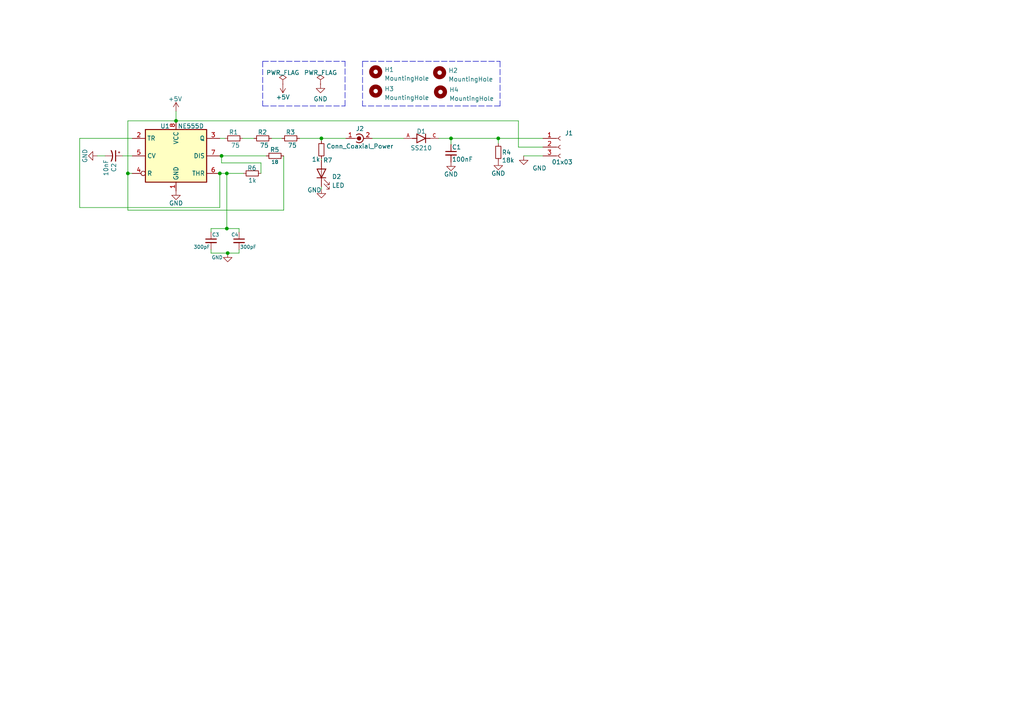
<source format=kicad_sch>
(kicad_sch (version 20230121) (generator eeschema)

  (uuid 301f3976-1511-4729-aa9c-f3bbbcbadf35)

  (paper "A4")

  (lib_symbols
    (symbol "Connector:Conn_01x03_Socket" (pin_names (offset 1.016) hide) (in_bom yes) (on_board yes)
      (property "Reference" "J" (at 0 5.08 0)
        (effects (font (size 1.27 1.27)))
      )
      (property "Value" "Conn_01x03_Socket" (at 0 -5.08 0)
        (effects (font (size 1.27 1.27)))
      )
      (property "Footprint" "" (at 0 0 0)
        (effects (font (size 1.27 1.27)) hide)
      )
      (property "Datasheet" "~" (at 0 0 0)
        (effects (font (size 1.27 1.27)) hide)
      )
      (property "ki_locked" "" (at 0 0 0)
        (effects (font (size 1.27 1.27)))
      )
      (property "ki_keywords" "connector" (at 0 0 0)
        (effects (font (size 1.27 1.27)) hide)
      )
      (property "ki_description" "Generic connector, single row, 01x03, script generated" (at 0 0 0)
        (effects (font (size 1.27 1.27)) hide)
      )
      (property "ki_fp_filters" "Connector*:*_1x??_*" (at 0 0 0)
        (effects (font (size 1.27 1.27)) hide)
      )
      (symbol "Conn_01x03_Socket_1_1"
        (arc (start 0 -2.032) (mid -0.5058 -2.54) (end 0 -3.048)
          (stroke (width 0.1524) (type default))
          (fill (type none))
        )
        (polyline
          (pts
            (xy -1.27 -2.54)
            (xy -0.508 -2.54)
          )
          (stroke (width 0.1524) (type default))
          (fill (type none))
        )
        (polyline
          (pts
            (xy -1.27 0)
            (xy -0.508 0)
          )
          (stroke (width 0.1524) (type default))
          (fill (type none))
        )
        (polyline
          (pts
            (xy -1.27 2.54)
            (xy -0.508 2.54)
          )
          (stroke (width 0.1524) (type default))
          (fill (type none))
        )
        (arc (start 0 0.508) (mid -0.5058 0) (end 0 -0.508)
          (stroke (width 0.1524) (type default))
          (fill (type none))
        )
        (arc (start 0 3.048) (mid -0.5058 2.54) (end 0 2.032)
          (stroke (width 0.1524) (type default))
          (fill (type none))
        )
        (pin passive line (at -5.08 2.54 0) (length 3.81)
          (name "Pin_1" (effects (font (size 1.27 1.27))))
          (number "1" (effects (font (size 1.27 1.27))))
        )
        (pin passive line (at -5.08 0 0) (length 3.81)
          (name "Pin_2" (effects (font (size 1.27 1.27))))
          (number "2" (effects (font (size 1.27 1.27))))
        )
        (pin passive line (at -5.08 -2.54 0) (length 3.81)
          (name "Pin_3" (effects (font (size 1.27 1.27))))
          (number "3" (effects (font (size 1.27 1.27))))
        )
      )
    )
    (symbol "Connector:Conn_Coaxial_Power" (pin_names (offset 1.016) hide) (in_bom yes) (on_board yes)
      (property "Reference" "J" (at -5.08 -1.27 90)
        (effects (font (size 1.27 1.27)))
      )
      (property "Value" "Conn_Coaxial_Power" (at -3.175 -1.27 90)
        (effects (font (size 1.27 1.27)))
      )
      (property "Footprint" "" (at 0 -1.27 0)
        (effects (font (size 1.27 1.27)) hide)
      )
      (property "Datasheet" "~" (at 0 -1.27 0)
        (effects (font (size 1.27 1.27)) hide)
      )
      (property "ki_keywords" "BNC SMA SMB SMC LEMO coaxial connector CINCH RCA" (at 0 0 0)
        (effects (font (size 1.27 1.27)) hide)
      )
      (property "ki_description" "coaxial connector (BNC, SMA, SMB, SMC, Cinch/RCA, LEMO, ...)" (at 0 0 0)
        (effects (font (size 1.27 1.27)) hide)
      )
      (property "ki_fp_filters" "*BNC* *SMA* *SMB* *SMC* *Cinch* *LEMO*" (at 0 0 0)
        (effects (font (size 1.27 1.27)) hide)
      )
      (symbol "Conn_Coaxial_Power_0_1"
        (arc (start -1.27 -1.27) (mid 0 -2.5345) (end 1.27 -1.27)
          (stroke (width 0.254) (type default))
          (fill (type none))
        )
        (arc (start -1.016 -0.508) (mid -1.2048 -0.8684) (end -1.27 -1.27)
          (stroke (width 0.254) (type default))
          (fill (type none))
        )
        (circle (center 0 -1.27) (radius 0.508)
          (stroke (width 0.2032) (type default))
          (fill (type outline))
        )
        (polyline
          (pts
            (xy 0 -2.54)
            (xy 0 -3.048)
          )
          (stroke (width 0) (type default))
          (fill (type none))
        )
        (polyline
          (pts
            (xy 0 0)
            (xy 0 -1.27)
          )
          (stroke (width 0) (type default))
          (fill (type none))
        )
        (arc (start 1.27 -1.27) (mid 1.2048 -0.8684) (end 1.016 -0.508)
          (stroke (width 0.254) (type default))
          (fill (type none))
        )
      )
      (symbol "Conn_Coaxial_Power_1_1"
        (pin passive line (at 0 2.54 270) (length 2.54)
          (name "In" (effects (font (size 1.27 1.27))))
          (number "1" (effects (font (size 1.27 1.27))))
        )
        (pin passive line (at 0 -5.08 90) (length 2.54)
          (name "Ext" (effects (font (size 1.27 1.27))))
          (number "2" (effects (font (size 1.27 1.27))))
        )
      )
    )
    (symbol "Device:C_Polarized_Small_US" (pin_numbers hide) (pin_names (offset 0.254) hide) (in_bom yes) (on_board yes)
      (property "Reference" "C" (at 0.254 1.778 0)
        (effects (font (size 1.27 1.27)) (justify left))
      )
      (property "Value" "C_Polarized_Small_US" (at 0.254 -2.032 0)
        (effects (font (size 1.27 1.27)) (justify left))
      )
      (property "Footprint" "" (at 0 0 0)
        (effects (font (size 1.27 1.27)) hide)
      )
      (property "Datasheet" "~" (at 0 0 0)
        (effects (font (size 1.27 1.27)) hide)
      )
      (property "ki_keywords" "cap capacitor" (at 0 0 0)
        (effects (font (size 1.27 1.27)) hide)
      )
      (property "ki_description" "Polarized capacitor, small US symbol" (at 0 0 0)
        (effects (font (size 1.27 1.27)) hide)
      )
      (property "ki_fp_filters" "CP_*" (at 0 0 0)
        (effects (font (size 1.27 1.27)) hide)
      )
      (symbol "C_Polarized_Small_US_0_1"
        (polyline
          (pts
            (xy -1.524 0.508)
            (xy 1.524 0.508)
          )
          (stroke (width 0.3048) (type default))
          (fill (type none))
        )
        (polyline
          (pts
            (xy -1.27 1.524)
            (xy -0.762 1.524)
          )
          (stroke (width 0) (type default))
          (fill (type none))
        )
        (polyline
          (pts
            (xy -1.016 1.27)
            (xy -1.016 1.778)
          )
          (stroke (width 0) (type default))
          (fill (type none))
        )
        (arc (start 1.524 -0.762) (mid 0 -0.3734) (end -1.524 -0.762)
          (stroke (width 0.3048) (type default))
          (fill (type none))
        )
      )
      (symbol "C_Polarized_Small_US_1_1"
        (pin passive line (at 0 2.54 270) (length 2.032)
          (name "~" (effects (font (size 1.27 1.27))))
          (number "1" (effects (font (size 1.27 1.27))))
        )
        (pin passive line (at 0 -2.54 90) (length 2.032)
          (name "~" (effects (font (size 1.27 1.27))))
          (number "2" (effects (font (size 1.27 1.27))))
        )
      )
    )
    (symbol "Device:C_Small" (pin_numbers hide) (pin_names (offset 0.254) hide) (in_bom yes) (on_board yes)
      (property "Reference" "C" (at 0.254 1.778 0)
        (effects (font (size 1.27 1.27)) (justify left))
      )
      (property "Value" "C_Small" (at 0.254 -2.032 0)
        (effects (font (size 1.27 1.27)) (justify left))
      )
      (property "Footprint" "" (at 0 0 0)
        (effects (font (size 1.27 1.27)) hide)
      )
      (property "Datasheet" "~" (at 0 0 0)
        (effects (font (size 1.27 1.27)) hide)
      )
      (property "ki_keywords" "capacitor cap" (at 0 0 0)
        (effects (font (size 1.27 1.27)) hide)
      )
      (property "ki_description" "Unpolarized capacitor, small symbol" (at 0 0 0)
        (effects (font (size 1.27 1.27)) hide)
      )
      (property "ki_fp_filters" "C_*" (at 0 0 0)
        (effects (font (size 1.27 1.27)) hide)
      )
      (symbol "C_Small_0_1"
        (polyline
          (pts
            (xy -1.524 -0.508)
            (xy 1.524 -0.508)
          )
          (stroke (width 0.3302) (type default))
          (fill (type none))
        )
        (polyline
          (pts
            (xy -1.524 0.508)
            (xy 1.524 0.508)
          )
          (stroke (width 0.3048) (type default))
          (fill (type none))
        )
      )
      (symbol "C_Small_1_1"
        (pin passive line (at 0 2.54 270) (length 2.032)
          (name "~" (effects (font (size 1.27 1.27))))
          (number "1" (effects (font (size 1.27 1.27))))
        )
        (pin passive line (at 0 -2.54 90) (length 2.032)
          (name "~" (effects (font (size 1.27 1.27))))
          (number "2" (effects (font (size 1.27 1.27))))
        )
      )
    )
    (symbol "Device:LED" (pin_numbers hide) (pin_names (offset 1.016) hide) (in_bom yes) (on_board yes)
      (property "Reference" "D" (at 0 2.54 0)
        (effects (font (size 1.27 1.27)))
      )
      (property "Value" "LED" (at 0 -2.54 0)
        (effects (font (size 1.27 1.27)))
      )
      (property "Footprint" "" (at 0 0 0)
        (effects (font (size 1.27 1.27)) hide)
      )
      (property "Datasheet" "~" (at 0 0 0)
        (effects (font (size 1.27 1.27)) hide)
      )
      (property "ki_keywords" "LED diode" (at 0 0 0)
        (effects (font (size 1.27 1.27)) hide)
      )
      (property "ki_description" "Light emitting diode" (at 0 0 0)
        (effects (font (size 1.27 1.27)) hide)
      )
      (property "ki_fp_filters" "LED* LED_SMD:* LED_THT:*" (at 0 0 0)
        (effects (font (size 1.27 1.27)) hide)
      )
      (symbol "LED_0_1"
        (polyline
          (pts
            (xy -1.27 -1.27)
            (xy -1.27 1.27)
          )
          (stroke (width 0.254) (type default))
          (fill (type none))
        )
        (polyline
          (pts
            (xy -1.27 0)
            (xy 1.27 0)
          )
          (stroke (width 0) (type default))
          (fill (type none))
        )
        (polyline
          (pts
            (xy 1.27 -1.27)
            (xy 1.27 1.27)
            (xy -1.27 0)
            (xy 1.27 -1.27)
          )
          (stroke (width 0.254) (type default))
          (fill (type none))
        )
        (polyline
          (pts
            (xy -3.048 -0.762)
            (xy -4.572 -2.286)
            (xy -3.81 -2.286)
            (xy -4.572 -2.286)
            (xy -4.572 -1.524)
          )
          (stroke (width 0) (type default))
          (fill (type none))
        )
        (polyline
          (pts
            (xy -1.778 -0.762)
            (xy -3.302 -2.286)
            (xy -2.54 -2.286)
            (xy -3.302 -2.286)
            (xy -3.302 -1.524)
          )
          (stroke (width 0) (type default))
          (fill (type none))
        )
      )
      (symbol "LED_1_1"
        (pin passive line (at -3.81 0 0) (length 2.54)
          (name "K" (effects (font (size 1.27 1.27))))
          (number "1" (effects (font (size 1.27 1.27))))
        )
        (pin passive line (at 3.81 0 180) (length 2.54)
          (name "A" (effects (font (size 1.27 1.27))))
          (number "2" (effects (font (size 1.27 1.27))))
        )
      )
    )
    (symbol "Device:R_Small" (pin_numbers hide) (pin_names (offset 0.254) hide) (in_bom yes) (on_board yes)
      (property "Reference" "R" (at 0.762 0.508 0)
        (effects (font (size 1.27 1.27)) (justify left))
      )
      (property "Value" "R_Small" (at 0.762 -1.016 0)
        (effects (font (size 1.27 1.27)) (justify left))
      )
      (property "Footprint" "" (at 0 0 0)
        (effects (font (size 1.27 1.27)) hide)
      )
      (property "Datasheet" "~" (at 0 0 0)
        (effects (font (size 1.27 1.27)) hide)
      )
      (property "ki_keywords" "R resistor" (at 0 0 0)
        (effects (font (size 1.27 1.27)) hide)
      )
      (property "ki_description" "Resistor, small symbol" (at 0 0 0)
        (effects (font (size 1.27 1.27)) hide)
      )
      (property "ki_fp_filters" "R_*" (at 0 0 0)
        (effects (font (size 1.27 1.27)) hide)
      )
      (symbol "R_Small_0_1"
        (rectangle (start -0.762 1.778) (end 0.762 -1.778)
          (stroke (width 0.2032) (type default))
          (fill (type none))
        )
      )
      (symbol "R_Small_1_1"
        (pin passive line (at 0 2.54 270) (length 0.762)
          (name "~" (effects (font (size 1.27 1.27))))
          (number "1" (effects (font (size 1.27 1.27))))
        )
        (pin passive line (at 0 -2.54 90) (length 0.762)
          (name "~" (effects (font (size 1.27 1.27))))
          (number "2" (effects (font (size 1.27 1.27))))
        )
      )
    )
    (symbol "Mechanical:MountingHole" (pin_names (offset 1.016)) (in_bom yes) (on_board yes)
      (property "Reference" "H" (at 0 5.08 0)
        (effects (font (size 1.27 1.27)))
      )
      (property "Value" "MountingHole" (at 0 3.175 0)
        (effects (font (size 1.27 1.27)))
      )
      (property "Footprint" "" (at 0 0 0)
        (effects (font (size 1.27 1.27)) hide)
      )
      (property "Datasheet" "~" (at 0 0 0)
        (effects (font (size 1.27 1.27)) hide)
      )
      (property "ki_keywords" "mounting hole" (at 0 0 0)
        (effects (font (size 1.27 1.27)) hide)
      )
      (property "ki_description" "Mounting Hole without connection" (at 0 0 0)
        (effects (font (size 1.27 1.27)) hide)
      )
      (property "ki_fp_filters" "MountingHole*" (at 0 0 0)
        (effects (font (size 1.27 1.27)) hide)
      )
      (symbol "MountingHole_0_1"
        (circle (center 0 0) (radius 1.27)
          (stroke (width 1.27) (type default))
          (fill (type none))
        )
      )
    )
    (symbol "SS210:SS210" (pin_names (offset 1.016)) (in_bom yes) (on_board yes)
      (property "Reference" "D" (at -5.08 2.54 0)
        (effects (font (size 1.27 1.27)) (justify left bottom))
      )
      (property "Value" "SS210" (at -5.08 -3.81 0)
        (effects (font (size 1.27 1.27)) (justify left bottom))
      )
      (property "Footprint" "DIOM4336X265N" (at 0 0 0)
        (effects (font (size 1.27 1.27)) (justify bottom) hide)
      )
      (property "Datasheet" "" (at 0 0 0)
        (effects (font (size 1.27 1.27)) hide)
      )
      (property "PARTREV" "K2102" (at 0 0 0)
        (effects (font (size 1.27 1.27)) (justify bottom) hide)
      )
      (property "MANUFACTURER" "Taiwan Semiconductor" (at 0 0 0)
        (effects (font (size 1.27 1.27)) (justify bottom) hide)
      )
      (property "STANDARD" "IPC-7351B" (at 0 0 0)
        (effects (font (size 1.27 1.27)) (justify bottom) hide)
      )
      (property "MAXIMUM_PACKAGE_HEIGHT" "2.65 mm" (at 0 0 0)
        (effects (font (size 1.27 1.27)) (justify bottom) hide)
      )
      (symbol "SS210_0_0"
        (polyline
          (pts
            (xy -2.54 0)
            (xy -1.27 0)
          )
          (stroke (width 0.254) (type default))
          (fill (type none))
        )
        (polyline
          (pts
            (xy -1.27 -1.27)
            (xy 1.27 0)
          )
          (stroke (width 0.254) (type default))
          (fill (type none))
        )
        (polyline
          (pts
            (xy -1.27 0)
            (xy -1.27 -1.27)
          )
          (stroke (width 0.254) (type default))
          (fill (type none))
        )
        (polyline
          (pts
            (xy -1.27 1.27)
            (xy -1.27 0)
          )
          (stroke (width 0.254) (type default))
          (fill (type none))
        )
        (polyline
          (pts
            (xy 1.27 0)
            (xy -1.27 1.27)
          )
          (stroke (width 0.254) (type default))
          (fill (type none))
        )
        (polyline
          (pts
            (xy 1.27 0)
            (xy 1.27 -1.27)
          )
          (stroke (width 0.254) (type default))
          (fill (type none))
        )
        (polyline
          (pts
            (xy 1.27 0)
            (xy 2.54 0)
          )
          (stroke (width 0.254) (type default))
          (fill (type none))
        )
        (polyline
          (pts
            (xy 1.27 1.27)
            (xy 1.27 0)
          )
          (stroke (width 0.254) (type default))
          (fill (type none))
        )
        (pin passive line (at -5.08 0 0) (length 2.54)
          (name "~" (effects (font (size 1.016 1.016))))
          (number "A" (effects (font (size 1.016 1.016))))
        )
        (pin passive line (at 5.08 0 180) (length 2.54)
          (name "~" (effects (font (size 1.016 1.016))))
          (number "C" (effects (font (size 1.016 1.016))))
        )
      )
    )
    (symbol "Timer:NE555D" (in_bom yes) (on_board yes)
      (property "Reference" "U" (at -10.16 8.89 0)
        (effects (font (size 1.27 1.27)) (justify left))
      )
      (property "Value" "NE555D" (at 2.54 8.89 0)
        (effects (font (size 1.27 1.27)) (justify left))
      )
      (property "Footprint" "Package_SO:SOIC-8_3.9x4.9mm_P1.27mm" (at 21.59 -10.16 0)
        (effects (font (size 1.27 1.27)) hide)
      )
      (property "Datasheet" "http://www.ti.com/lit/ds/symlink/ne555.pdf" (at 21.59 -10.16 0)
        (effects (font (size 1.27 1.27)) hide)
      )
      (property "ki_keywords" "single timer 555" (at 0 0 0)
        (effects (font (size 1.27 1.27)) hide)
      )
      (property "ki_description" "Precision Timers, 555 compatible, SOIC-8" (at 0 0 0)
        (effects (font (size 1.27 1.27)) hide)
      )
      (property "ki_fp_filters" "SOIC*3.9x4.9mm*P1.27mm*" (at 0 0 0)
        (effects (font (size 1.27 1.27)) hide)
      )
      (symbol "NE555D_0_0"
        (pin power_in line (at 0 -10.16 90) (length 2.54)
          (name "GND" (effects (font (size 1.27 1.27))))
          (number "1" (effects (font (size 1.27 1.27))))
        )
        (pin power_in line (at 0 10.16 270) (length 2.54)
          (name "VCC" (effects (font (size 1.27 1.27))))
          (number "8" (effects (font (size 1.27 1.27))))
        )
      )
      (symbol "NE555D_0_1"
        (rectangle (start -8.89 -7.62) (end 8.89 7.62)
          (stroke (width 0.254) (type default))
          (fill (type background))
        )
        (rectangle (start -8.89 -7.62) (end 8.89 7.62)
          (stroke (width 0.254) (type default))
          (fill (type background))
        )
      )
      (symbol "NE555D_1_1"
        (pin input line (at -12.7 5.08 0) (length 3.81)
          (name "TR" (effects (font (size 1.27 1.27))))
          (number "2" (effects (font (size 1.27 1.27))))
        )
        (pin output line (at 12.7 5.08 180) (length 3.81)
          (name "Q" (effects (font (size 1.27 1.27))))
          (number "3" (effects (font (size 1.27 1.27))))
        )
        (pin input inverted (at -12.7 -5.08 0) (length 3.81)
          (name "R" (effects (font (size 1.27 1.27))))
          (number "4" (effects (font (size 1.27 1.27))))
        )
        (pin input line (at -12.7 0 0) (length 3.81)
          (name "CV" (effects (font (size 1.27 1.27))))
          (number "5" (effects (font (size 1.27 1.27))))
        )
        (pin input line (at 12.7 -5.08 180) (length 3.81)
          (name "THR" (effects (font (size 1.27 1.27))))
          (number "6" (effects (font (size 1.27 1.27))))
        )
        (pin input line (at 12.7 0 180) (length 3.81)
          (name "DIS" (effects (font (size 1.27 1.27))))
          (number "7" (effects (font (size 1.27 1.27))))
        )
      )
    )
    (symbol "power:+5V" (power) (pin_names (offset 0)) (in_bom yes) (on_board yes)
      (property "Reference" "#PWR" (at 0 -3.81 0)
        (effects (font (size 1.27 1.27)) hide)
      )
      (property "Value" "+5V" (at 0 3.556 0)
        (effects (font (size 1.27 1.27)))
      )
      (property "Footprint" "" (at 0 0 0)
        (effects (font (size 1.27 1.27)) hide)
      )
      (property "Datasheet" "" (at 0 0 0)
        (effects (font (size 1.27 1.27)) hide)
      )
      (property "ki_keywords" "global power" (at 0 0 0)
        (effects (font (size 1.27 1.27)) hide)
      )
      (property "ki_description" "Power symbol creates a global label with name \"+5V\"" (at 0 0 0)
        (effects (font (size 1.27 1.27)) hide)
      )
      (symbol "+5V_0_1"
        (polyline
          (pts
            (xy -0.762 1.27)
            (xy 0 2.54)
          )
          (stroke (width 0) (type default))
          (fill (type none))
        )
        (polyline
          (pts
            (xy 0 0)
            (xy 0 2.54)
          )
          (stroke (width 0) (type default))
          (fill (type none))
        )
        (polyline
          (pts
            (xy 0 2.54)
            (xy 0.762 1.27)
          )
          (stroke (width 0) (type default))
          (fill (type none))
        )
      )
      (symbol "+5V_1_1"
        (pin power_in line (at 0 0 90) (length 0) hide
          (name "+5V" (effects (font (size 1.27 1.27))))
          (number "1" (effects (font (size 1.27 1.27))))
        )
      )
    )
    (symbol "power:GND" (power) (pin_names (offset 0)) (in_bom yes) (on_board yes)
      (property "Reference" "#PWR" (at 0 -6.35 0)
        (effects (font (size 1.27 1.27)) hide)
      )
      (property "Value" "GND" (at 0 -3.81 0)
        (effects (font (size 1.27 1.27)))
      )
      (property "Footprint" "" (at 0 0 0)
        (effects (font (size 1.27 1.27)) hide)
      )
      (property "Datasheet" "" (at 0 0 0)
        (effects (font (size 1.27 1.27)) hide)
      )
      (property "ki_keywords" "global power" (at 0 0 0)
        (effects (font (size 1.27 1.27)) hide)
      )
      (property "ki_description" "Power symbol creates a global label with name \"GND\" , ground" (at 0 0 0)
        (effects (font (size 1.27 1.27)) hide)
      )
      (symbol "GND_0_1"
        (polyline
          (pts
            (xy 0 0)
            (xy 0 -1.27)
            (xy 1.27 -1.27)
            (xy 0 -2.54)
            (xy -1.27 -1.27)
            (xy 0 -1.27)
          )
          (stroke (width 0) (type default))
          (fill (type none))
        )
      )
      (symbol "GND_1_1"
        (pin power_in line (at 0 0 270) (length 0) hide
          (name "GND" (effects (font (size 1.27 1.27))))
          (number "1" (effects (font (size 1.27 1.27))))
        )
      )
    )
    (symbol "power:PWR_FLAG" (power) (pin_numbers hide) (pin_names (offset 0) hide) (in_bom yes) (on_board yes)
      (property "Reference" "#FLG" (at 0 1.905 0)
        (effects (font (size 1.27 1.27)) hide)
      )
      (property "Value" "PWR_FLAG" (at 0 3.81 0)
        (effects (font (size 1.27 1.27)))
      )
      (property "Footprint" "" (at 0 0 0)
        (effects (font (size 1.27 1.27)) hide)
      )
      (property "Datasheet" "~" (at 0 0 0)
        (effects (font (size 1.27 1.27)) hide)
      )
      (property "ki_keywords" "flag power" (at 0 0 0)
        (effects (font (size 1.27 1.27)) hide)
      )
      (property "ki_description" "Special symbol for telling ERC where power comes from" (at 0 0 0)
        (effects (font (size 1.27 1.27)) hide)
      )
      (symbol "PWR_FLAG_0_0"
        (pin power_out line (at 0 0 90) (length 0)
          (name "pwr" (effects (font (size 1.27 1.27))))
          (number "1" (effects (font (size 1.27 1.27))))
        )
      )
      (symbol "PWR_FLAG_0_1"
        (polyline
          (pts
            (xy 0 0)
            (xy 0 1.27)
            (xy -1.016 1.905)
            (xy 0 2.54)
            (xy 1.016 1.905)
            (xy 0 1.27)
          )
          (stroke (width 0) (type default))
          (fill (type none))
        )
      )
    )
  )

  (junction (at 66.04 73.406) (diameter 0) (color 0 0 0 0)
    (uuid 1c78da0f-1bc2-4348-943b-191efc12897b)
  )
  (junction (at 65.786 50.292) (diameter 0) (color 0 0 0 0)
    (uuid 34f990bc-58e9-4269-a08d-4dad28650cf0)
  )
  (junction (at 64.262 45.212) (diameter 0) (color 0 0 0 0)
    (uuid 4ee6ef77-3b00-4d45-8075-e1f1f9588dbc)
  )
  (junction (at 93.218 40.132) (diameter 0) (color 0 0 0 0)
    (uuid 55c689b9-1ba3-4f36-bb2c-a51f160bb361)
  )
  (junction (at 37.084 50.292) (diameter 0) (color 0 0 0 0)
    (uuid 855d7fc0-1a75-4953-913a-b3a44faaabcd)
  )
  (junction (at 65.786 66.294) (diameter 0) (color 0 0 0 0)
    (uuid b2407a71-36b4-4aae-8791-06a9063fe19c)
  )
  (junction (at 63.754 50.292) (diameter 0) (color 0 0 0 0)
    (uuid c2bd65d5-6c4d-4fa9-bd8d-ee0e6a0e1ea1)
  )
  (junction (at 51.054 35.052) (diameter 0) (color 0 0 0 0)
    (uuid c5b0aa23-0806-4bcd-9544-7df24e902fdf)
  )
  (junction (at 144.526 40.132) (diameter 0) (color 0 0 0 0)
    (uuid e76ab40f-9b26-4aad-a5c3-87b7e33972a0)
  )
  (junction (at 130.81 40.132) (diameter 0) (color 0 0 0 0)
    (uuid f84bd432-49cc-48e1-9185-c4c856ac17b7)
  )

  (wire (pts (xy 51.054 32.258) (xy 51.054 35.052))
    (stroke (width 0) (type default))
    (uuid 053799e6-7ed6-43ff-905d-d60de2eb71c9)
  )
  (wire (pts (xy 23.114 40.132) (xy 23.114 60.198))
    (stroke (width 0) (type default))
    (uuid 089bb096-8689-40ab-914a-7aff6d5f2db3)
  )
  (wire (pts (xy 93.218 40.132) (xy 93.218 40.894))
    (stroke (width 0) (type default))
    (uuid 0a31ca01-017f-4eb2-98a9-c566416954fd)
  )
  (wire (pts (xy 61.214 67.31) (xy 61.214 66.294))
    (stroke (width 0) (type default))
    (uuid 0aa07a2a-cbf2-40c7-a5a6-25aee08a1f6b)
  )
  (wire (pts (xy 64.262 45.212) (xy 77.216 45.212))
    (stroke (width 0) (type default))
    (uuid 1214411a-de0e-4d78-bcc8-78ad37ff2f6d)
  )
  (wire (pts (xy 130.81 40.132) (xy 144.526 40.132))
    (stroke (width 0) (type default))
    (uuid 13ff5dd8-bf5f-47fc-99df-1d0e1f5db232)
  )
  (wire (pts (xy 37.084 35.052) (xy 51.054 35.052))
    (stroke (width 0) (type default))
    (uuid 1f236919-61ee-4776-a120-99408c981adf)
  )
  (polyline (pts (xy 76.2 17.78) (xy 76.2 30.734))
    (stroke (width 0) (type dash))
    (uuid 29127986-de81-45a9-bfb5-0dffb6a4ee27)
  )

  (wire (pts (xy 28.194 45.212) (xy 30.48 45.212))
    (stroke (width 0) (type default))
    (uuid 2d30232a-f792-4c88-9059-64276c1fd276)
  )
  (wire (pts (xy 37.084 35.052) (xy 37.084 50.292))
    (stroke (width 0) (type default))
    (uuid 2f0b62e0-5083-4211-bea7-6a33a3caba57)
  )
  (polyline (pts (xy 76.2 17.78) (xy 100.076 17.78))
    (stroke (width 0) (type dash))
    (uuid 3313526c-a3e8-4522-9b21-7342f2ded211)
  )

  (wire (pts (xy 64.262 45.212) (xy 64.262 47.244))
    (stroke (width 0) (type default))
    (uuid 33d8422b-6e3e-4f7c-a736-ae099e1475bf)
  )
  (wire (pts (xy 63.754 60.198) (xy 63.754 50.292))
    (stroke (width 0) (type default))
    (uuid 44a0c562-265f-40c0-95fd-dfdc8da0a0b6)
  )
  (wire (pts (xy 37.084 50.292) (xy 37.084 60.96))
    (stroke (width 0) (type default))
    (uuid 45f4085d-5f85-4108-91f3-92234533b2df)
  )
  (polyline (pts (xy 76.2 30.734) (xy 100.076 30.734))
    (stroke (width 0) (type dash))
    (uuid 4d8993ff-6d0f-4551-b66d-edd87e36b984)
  )

  (wire (pts (xy 127.254 40.132) (xy 130.81 40.132))
    (stroke (width 0) (type default))
    (uuid 54955ac2-ddb0-43c1-9c82-a5d230f5e429)
  )
  (wire (pts (xy 70.358 40.132) (xy 73.66 40.132))
    (stroke (width 0) (type default))
    (uuid 6082b408-4fee-4bcd-8d2c-80b586a7e7ac)
  )
  (wire (pts (xy 130.81 41.91) (xy 130.81 40.132))
    (stroke (width 0) (type default))
    (uuid 67e64001-e8de-46dc-bd4b-0910ea55e0de)
  )
  (wire (pts (xy 144.526 40.132) (xy 144.526 41.656))
    (stroke (width 0) (type default))
    (uuid 69e60d09-06d5-4875-aa4f-b08ab2b0f60a)
  )
  (wire (pts (xy 65.786 50.292) (xy 65.786 66.294))
    (stroke (width 0) (type default))
    (uuid 6f1dbf51-eef9-4208-b137-075020a1105a)
  )
  (polyline (pts (xy 100.076 30.734) (xy 100.076 17.78))
    (stroke (width 0) (type dash))
    (uuid 73c8117f-0a5d-4939-a325-689d20b94cb7)
  )

  (wire (pts (xy 107.95 40.132) (xy 117.094 40.132))
    (stroke (width 0) (type default))
    (uuid 745bced6-4304-4654-a870-2c6ec6b61f98)
  )
  (wire (pts (xy 37.084 50.292) (xy 38.354 50.292))
    (stroke (width 0) (type default))
    (uuid 7cab051a-3549-460b-8453-a48ec66eed05)
  )
  (wire (pts (xy 69.342 66.294) (xy 69.342 67.31))
    (stroke (width 0) (type default))
    (uuid 7dd7ee67-d701-4a2d-8200-8e51b3657a28)
  )
  (wire (pts (xy 37.084 60.96) (xy 82.296 60.96))
    (stroke (width 0) (type default))
    (uuid 7e59fbf0-b3cd-49e8-a58e-222e52418a72)
  )
  (wire (pts (xy 61.214 73.406) (xy 66.04 73.406))
    (stroke (width 0) (type default))
    (uuid 822c242d-8feb-4831-acab-4c4304bc3436)
  )
  (wire (pts (xy 51.054 35.052) (xy 150.368 35.052))
    (stroke (width 0) (type default))
    (uuid 862fd82f-230a-4e90-8fac-27ee0eff134c)
  )
  (wire (pts (xy 144.526 40.132) (xy 157.48 40.132))
    (stroke (width 0) (type default))
    (uuid 8669c697-1368-42a8-b3a6-dfd49591cf8f)
  )
  (wire (pts (xy 35.56 45.212) (xy 38.354 45.212))
    (stroke (width 0) (type default))
    (uuid 8780d09d-f585-4f71-9099-2b1b028c8f84)
  )
  (wire (pts (xy 69.342 73.406) (xy 66.04 73.406))
    (stroke (width 0) (type default))
    (uuid 8eb604f4-a2b5-46b9-bbfe-85900db15827)
  )
  (wire (pts (xy 65.786 50.292) (xy 70.612 50.292))
    (stroke (width 0) (type default))
    (uuid 97180943-b857-4655-90ae-9e74a3a645b8)
  )
  (wire (pts (xy 63.754 45.212) (xy 64.262 45.212))
    (stroke (width 0) (type default))
    (uuid 9a0ea4ae-2f88-47b7-87ac-9d6e2ef3b191)
  )
  (wire (pts (xy 150.368 42.672) (xy 150.368 35.052))
    (stroke (width 0) (type default))
    (uuid 9b1f6e2a-7133-4827-b0e5-2bf090274972)
  )
  (polyline (pts (xy 105.156 17.78) (xy 145.034 17.78))
    (stroke (width 0) (type dash))
    (uuid 9d948552-ac7a-43b5-a39c-465ae3a325cc)
  )

  (wire (pts (xy 151.892 45.212) (xy 157.48 45.212))
    (stroke (width 0) (type default))
    (uuid a73d878a-ead9-4687-85d6-586854d640af)
  )
  (wire (pts (xy 86.868 40.132) (xy 93.218 40.132))
    (stroke (width 0) (type default))
    (uuid a7cb271a-bc24-4d4c-ae8f-e75c82a1f3dd)
  )
  (wire (pts (xy 82.296 45.212) (xy 82.296 60.96))
    (stroke (width 0) (type default))
    (uuid ae613b2f-e2ff-4113-8311-44bc75ab3971)
  )
  (polyline (pts (xy 105.156 17.78) (xy 105.156 30.734))
    (stroke (width 0) (type dash))
    (uuid b30a8328-d16d-4fa9-b385-3c712735fefa)
  )

  (wire (pts (xy 93.218 40.132) (xy 100.33 40.132))
    (stroke (width 0) (type default))
    (uuid b5e52cf5-040c-4735-a321-c13b559f9f8f)
  )
  (wire (pts (xy 75.692 47.244) (xy 75.692 50.292))
    (stroke (width 0) (type default))
    (uuid b7d0b4f4-bbcf-46f8-aa94-4dd585a33b68)
  )
  (wire (pts (xy 61.214 66.294) (xy 65.786 66.294))
    (stroke (width 0) (type default))
    (uuid bcee3da0-80ae-4ec2-af20-6d4816f2e199)
  )
  (wire (pts (xy 61.214 72.39) (xy 61.214 73.406))
    (stroke (width 0) (type default))
    (uuid c04c9021-1775-4c76-9bec-131517e013cf)
  )
  (wire (pts (xy 65.786 66.294) (xy 69.342 66.294))
    (stroke (width 0) (type default))
    (uuid c12e011a-2333-4c22-8b3a-12e394f42e3e)
  )
  (polyline (pts (xy 145.034 17.78) (xy 145.034 30.734))
    (stroke (width 0) (type dash))
    (uuid c304de52-1803-4308-b4d9-2c33fc1fd04d)
  )

  (wire (pts (xy 157.48 42.672) (xy 150.368 42.672))
    (stroke (width 0) (type default))
    (uuid c919ad6b-bab9-4676-b825-65a1cd9f28a2)
  )
  (wire (pts (xy 78.74 40.132) (xy 81.788 40.132))
    (stroke (width 0) (type default))
    (uuid ca70bdfc-be19-4292-846e-958efb555cc3)
  )
  (wire (pts (xy 93.218 54.102) (xy 93.218 54.864))
    (stroke (width 0) (type default))
    (uuid cb7e1050-8f65-4b5d-a34a-2564d5bccdc8)
  )
  (wire (pts (xy 93.218 45.974) (xy 93.218 46.482))
    (stroke (width 0) (type default))
    (uuid cdcaa3c1-bb31-4a07-96d2-e15ec7ed4437)
  )
  (wire (pts (xy 63.754 40.132) (xy 65.278 40.132))
    (stroke (width 0) (type default))
    (uuid cf7eaf6b-bcb6-4824-9147-420da462b808)
  )
  (polyline (pts (xy 145.034 30.734) (xy 105.156 30.734))
    (stroke (width 0) (type dash))
    (uuid d9ef7fe8-5710-4c48-9d51-b599654c0a44)
  )

  (wire (pts (xy 64.262 47.244) (xy 75.692 47.244))
    (stroke (width 0) (type default))
    (uuid db6c9ac3-0de8-4908-ad75-c97acf8a66d4)
  )
  (wire (pts (xy 23.114 60.198) (xy 63.754 60.198))
    (stroke (width 0) (type default))
    (uuid df666476-1158-49b8-9f67-8627108cdf44)
  )
  (wire (pts (xy 38.354 40.132) (xy 23.114 40.132))
    (stroke (width 0) (type default))
    (uuid eb73a5b5-e1c4-4c07-b84f-c1d9a46f6781)
  )
  (wire (pts (xy 63.754 50.292) (xy 65.786 50.292))
    (stroke (width 0) (type default))
    (uuid f17b2af9-1b7a-49ba-9fc6-bcf75be5bb57)
  )
  (wire (pts (xy 69.342 72.39) (xy 69.342 73.406))
    (stroke (width 0) (type default))
    (uuid f253e34e-0036-44d8-81fc-987a9d00d871)
  )

  (symbol (lib_id "power:+5V") (at 82.042 24.384 180) (unit 1)
    (in_bom yes) (on_board yes) (dnp no)
    (uuid 0765657e-83bf-4b71-bca3-4feee0a98cfc)
    (property "Reference" "#PWR01" (at 82.042 20.574 0)
      (effects (font (size 1.27 1.27)) hide)
    )
    (property "Value" "+5V" (at 82.042 28.194 0)
      (effects (font (size 1.27 1.27)))
    )
    (property "Footprint" "" (at 82.042 24.384 0)
      (effects (font (size 1.27 1.27)) hide)
    )
    (property "Datasheet" "" (at 82.042 24.384 0)
      (effects (font (size 1.27 1.27)) hide)
    )
    (pin "1" (uuid c31e85a6-eae4-4e73-9d35-5f845fba3560))
    (instances
      (project "NE555_Deneme_2"
        (path "/301f3976-1511-4729-aa9c-f3bbbcbadf35"
          (reference "#PWR01") (unit 1)
        )
      )
      (project "NE555_Deneme_1"
        (path "/fc7b1d8e-d4c1-4fdb-9f52-0d370350dfdf"
          (reference "#PWR05") (unit 1)
        )
      )
    )
  )

  (symbol (lib_id "Mechanical:MountingHole") (at 108.966 20.828 0) (unit 1)
    (in_bom yes) (on_board yes) (dnp no) (fields_autoplaced)
    (uuid 078f1ff7-ab56-4fe1-baed-56fd361f32bf)
    (property "Reference" "H1" (at 111.506 20.193 0)
      (effects (font (size 1.27 1.27)) (justify left))
    )
    (property "Value" "MountingHole" (at 111.506 22.733 0)
      (effects (font (size 1.27 1.27)) (justify left))
    )
    (property "Footprint" "MountingHole:MountingHole_2.5mm" (at 108.966 20.828 0)
      (effects (font (size 1.27 1.27)) hide)
    )
    (property "Datasheet" "~" (at 108.966 20.828 0)
      (effects (font (size 1.27 1.27)) hide)
    )
    (instances
      (project "NE555_Deneme_2"
        (path "/301f3976-1511-4729-aa9c-f3bbbcbadf35"
          (reference "H1") (unit 1)
        )
      )
      (project "NE555_Deneme_1"
        (path "/fc7b1d8e-d4c1-4fdb-9f52-0d370350dfdf"
          (reference "H1") (unit 1)
        )
      )
    )
  )

  (symbol (lib_id "Timer:NE555D") (at 51.054 45.212 0) (unit 1)
    (in_bom yes) (on_board yes) (dnp no)
    (uuid 080afda4-f5f2-4a88-83f1-71e13ac654d5)
    (property "Reference" "U1" (at 46.482 36.576 0)
      (effects (font (size 1.27 1.27)) (justify left))
    )
    (property "Value" "NE555D" (at 51.562 36.576 0)
      (effects (font (size 1.27 1.27)) (justify left))
    )
    (property "Footprint" "Package_SO:SOIC-8_3.9x4.9mm_P1.27mm" (at 72.644 55.372 0)
      (effects (font (size 1.27 1.27)) hide)
    )
    (property "Datasheet" "http://www.ti.com/lit/ds/symlink/ne555.pdf" (at 72.644 55.372 0)
      (effects (font (size 1.27 1.27)) hide)
    )
    (pin "1" (uuid b3117dbc-1adb-4ad6-a170-1a87c92c8af6))
    (pin "8" (uuid 120b4d86-2be7-454f-9914-859636442bb8))
    (pin "2" (uuid 69ae92ea-60ee-4348-bcca-fc03eea8610c))
    (pin "3" (uuid 6d6907df-c128-41c5-a5e1-daa99b23fde2))
    (pin "4" (uuid 754214b2-7e13-4f0a-bd78-14c9ba21fdbc))
    (pin "5" (uuid 6637283a-1084-4e43-8c3f-9f2e4c6c97e4))
    (pin "6" (uuid 11efa884-b631-49ad-9bf0-49dca214341d))
    (pin "7" (uuid 7f8a74f0-4338-45a7-84fc-f17829b36c63))
    (instances
      (project "NE555_Deneme_2"
        (path "/301f3976-1511-4729-aa9c-f3bbbcbadf35"
          (reference "U1") (unit 1)
        )
      )
      (project "NE555_Deneme_1"
        (path "/fc7b1d8e-d4c1-4fdb-9f52-0d370350dfdf"
          (reference "U1") (unit 1)
        )
      )
    )
  )

  (symbol (lib_id "Device:R_Small") (at 93.218 43.434 0) (unit 1)
    (in_bom yes) (on_board yes) (dnp no)
    (uuid 0b25b174-3acf-4e07-b332-b214715aafe7)
    (property "Reference" "R7" (at 93.726 46.482 0)
      (effects (font (size 1.27 1.27)) (justify left))
    )
    (property "Value" "1k" (at 90.424 46.228 0)
      (effects (font (size 1.27 1.27)) (justify left))
    )
    (property "Footprint" "Resistor_SMD:R_0603_1608Metric_Pad0.98x0.95mm_HandSolder" (at 93.218 43.434 0)
      (effects (font (size 1.27 1.27)) hide)
    )
    (property "Datasheet" "~" (at 93.218 43.434 0)
      (effects (font (size 1.27 1.27)) hide)
    )
    (pin "1" (uuid b1342dd6-1424-44ee-a11e-63c5d76b3c85))
    (pin "2" (uuid d98d9bb3-c0f7-4974-8c90-52c58c51915c))
    (instances
      (project "NE555_Deneme_2"
        (path "/301f3976-1511-4729-aa9c-f3bbbcbadf35"
          (reference "R7") (unit 1)
        )
      )
      (project "NE555_Deneme_1"
        (path "/fc7b1d8e-d4c1-4fdb-9f52-0d370350dfdf"
          (reference "R2") (unit 1)
        )
      )
    )
  )

  (symbol (lib_id "power:GND") (at 93.218 54.864 0) (unit 1)
    (in_bom yes) (on_board yes) (dnp no)
    (uuid 0dc9024f-b5dd-4549-8055-17a90224dc19)
    (property "Reference" "#PWR08" (at 93.218 61.214 0)
      (effects (font (size 1.27 1.27)) hide)
    )
    (property "Value" "GND" (at 91.186 55.118 0)
      (effects (font (size 1.27 1.27)))
    )
    (property "Footprint" "" (at 93.218 54.864 0)
      (effects (font (size 1.27 1.27)) hide)
    )
    (property "Datasheet" "" (at 93.218 54.864 0)
      (effects (font (size 1.27 1.27)) hide)
    )
    (pin "1" (uuid 3cce80dc-0b87-4f52-840a-406e98895db4))
    (instances
      (project "NE555_Deneme_2"
        (path "/301f3976-1511-4729-aa9c-f3bbbcbadf35"
          (reference "#PWR08") (unit 1)
        )
      )
      (project "NE555_Deneme_1"
        (path "/fc7b1d8e-d4c1-4fdb-9f52-0d370350dfdf"
          (reference "#PWR04") (unit 1)
        )
      )
    )
  )

  (symbol (lib_id "power:GND") (at 28.194 45.212 270) (unit 1)
    (in_bom yes) (on_board yes) (dnp no)
    (uuid 17b57057-8dd9-45dd-8ad8-5b0ad12e790c)
    (property "Reference" "#PWR04" (at 21.844 45.212 0)
      (effects (font (size 1.27 1.27)) hide)
    )
    (property "Value" "GND" (at 24.638 45.212 0)
      (effects (font (size 1.27 1.27)))
    )
    (property "Footprint" "" (at 28.194 45.212 0)
      (effects (font (size 1.27 1.27)) hide)
    )
    (property "Datasheet" "" (at 28.194 45.212 0)
      (effects (font (size 1.27 1.27)) hide)
    )
    (pin "1" (uuid 1b5f97ed-63b0-4d9b-ab0b-df35be4543c6))
    (instances
      (project "NE555_Deneme_2"
        (path "/301f3976-1511-4729-aa9c-f3bbbcbadf35"
          (reference "#PWR04") (unit 1)
        )
      )
      (project "NE555_Deneme_1"
        (path "/fc7b1d8e-d4c1-4fdb-9f52-0d370350dfdf"
          (reference "#PWR02") (unit 1)
        )
      )
    )
  )

  (symbol (lib_id "power:GND") (at 92.964 24.384 0) (unit 1)
    (in_bom yes) (on_board yes) (dnp no)
    (uuid 206bcd1e-0708-4c68-939d-f2ce1423c878)
    (property "Reference" "#PWR02" (at 92.964 30.734 0)
      (effects (font (size 1.27 1.27)) hide)
    )
    (property "Value" "GND" (at 92.964 28.702 0)
      (effects (font (size 1.27 1.27)))
    )
    (property "Footprint" "" (at 92.964 24.384 0)
      (effects (font (size 1.27 1.27)) hide)
    )
    (property "Datasheet" "" (at 92.964 24.384 0)
      (effects (font (size 1.27 1.27)) hide)
    )
    (pin "1" (uuid 8c102749-7942-45d1-b42a-02438d65addb))
    (instances
      (project "NE555_Deneme_2"
        (path "/301f3976-1511-4729-aa9c-f3bbbcbadf35"
          (reference "#PWR02") (unit 1)
        )
      )
      (project "NE555_Deneme_1"
        (path "/fc7b1d8e-d4c1-4fdb-9f52-0d370350dfdf"
          (reference "#PWR06") (unit 1)
        )
      )
    )
  )

  (symbol (lib_id "Connector:Conn_Coaxial_Power") (at 102.87 40.132 90) (unit 1)
    (in_bom yes) (on_board yes) (dnp no)
    (uuid 275e5f7b-d241-4132-978f-63025d933a29)
    (property "Reference" "J2" (at 104.394 37.338 90)
      (effects (font (size 1.27 1.27)))
    )
    (property "Value" "Conn_Coaxial_Power" (at 104.394 42.418 90)
      (effects (font (size 1.27 1.27)))
    )
    (property "Footprint" "Connector_Coaxial:BNC_Amphenol_B6252HB-NPP3G-50_Horizontal" (at 104.14 40.132 0)
      (effects (font (size 1.27 1.27)) hide)
    )
    (property "Datasheet" "~" (at 104.14 40.132 0)
      (effects (font (size 1.27 1.27)) hide)
    )
    (pin "1" (uuid 7efefff5-474f-48e4-8df2-7d16f5e12ad6))
    (pin "2" (uuid 14240fbd-d0c0-4dcd-b979-11a0cc1b85b3))
    (instances
      (project "NE555_Deneme_2"
        (path "/301f3976-1511-4729-aa9c-f3bbbcbadf35"
          (reference "J2") (unit 1)
        )
      )
    )
  )

  (symbol (lib_id "Device:C_Small") (at 61.214 69.85 0) (unit 1)
    (in_bom yes) (on_board yes) (dnp no)
    (uuid 2f6ec6fd-0f3b-40ef-ae94-18d46abd7980)
    (property "Reference" "C3" (at 61.468 68.072 0)
      (effects (font (size 1 1)) (justify left))
    )
    (property "Value" "300pF" (at 56.134 71.628 0)
      (effects (font (size 1 1)) (justify left))
    )
    (property "Footprint" "Capacitor_SMD:C_0603_1608Metric_Pad1.08x0.95mm_HandSolder" (at 61.214 69.85 0)
      (effects (font (size 1.27 1.27)) hide)
    )
    (property "Datasheet" "~" (at 61.214 69.85 0)
      (effects (font (size 1.27 1.27)) hide)
    )
    (pin "1" (uuid 1aefedec-0220-4811-8b0d-2110e46dc38e))
    (pin "2" (uuid df3849a3-e759-4e14-b027-24a0928962e2))
    (instances
      (project "NE555_Deneme_2"
        (path "/301f3976-1511-4729-aa9c-f3bbbcbadf35"
          (reference "C3") (unit 1)
        )
      )
      (project "NE555_Deneme_1"
        (path "/fc7b1d8e-d4c1-4fdb-9f52-0d370350dfdf"
          (reference "C3") (unit 1)
        )
      )
    )
  )

  (symbol (lib_id "Device:R_Small") (at 73.152 50.292 90) (unit 1)
    (in_bom yes) (on_board yes) (dnp no)
    (uuid 333c328c-b792-4dcd-8a39-4088839673f5)
    (property "Reference" "R6" (at 74.422 48.768 90)
      (effects (font (size 1.27 1.27)) (justify left))
    )
    (property "Value" "1k" (at 74.422 52.324 90)
      (effects (font (size 1.27 1.27)) (justify left))
    )
    (property "Footprint" "Resistor_SMD:R_0603_1608Metric_Pad0.98x0.95mm_HandSolder" (at 73.152 50.292 0)
      (effects (font (size 1.27 1.27)) hide)
    )
    (property "Datasheet" "~" (at 73.152 50.292 0)
      (effects (font (size 1.27 1.27)) hide)
    )
    (pin "1" (uuid 0026fdb9-5fdf-464a-b63f-5e865aa1b9dd))
    (pin "2" (uuid 21007beb-1d9f-4b64-9fa7-7dfccc05e7c7))
    (instances
      (project "NE555_Deneme_2"
        (path "/301f3976-1511-4729-aa9c-f3bbbcbadf35"
          (reference "R6") (unit 1)
        )
      )
      (project "NE555_Deneme_1"
        (path "/fc7b1d8e-d4c1-4fdb-9f52-0d370350dfdf"
          (reference "R2") (unit 1)
        )
      )
    )
  )

  (symbol (lib_id "power:GND") (at 51.054 55.372 0) (unit 1)
    (in_bom yes) (on_board yes) (dnp no)
    (uuid 35cd0400-aa1a-4d96-971c-55a6fba932ef)
    (property "Reference" "#PWR09" (at 51.054 61.722 0)
      (effects (font (size 1.27 1.27)) hide)
    )
    (property "Value" "GND" (at 51.054 58.928 0)
      (effects (font (size 1.27 1.27)))
    )
    (property "Footprint" "" (at 51.054 55.372 0)
      (effects (font (size 1.27 1.27)) hide)
    )
    (property "Datasheet" "" (at 51.054 55.372 0)
      (effects (font (size 1.27 1.27)) hide)
    )
    (pin "1" (uuid c913155d-3130-4165-a02b-296cdfcd22f4))
    (instances
      (project "NE555_Deneme_2"
        (path "/301f3976-1511-4729-aa9c-f3bbbcbadf35"
          (reference "#PWR09") (unit 1)
        )
      )
      (project "NE555_Deneme_1"
        (path "/fc7b1d8e-d4c1-4fdb-9f52-0d370350dfdf"
          (reference "#PWR01") (unit 1)
        )
      )
    )
  )

  (symbol (lib_id "power:PWR_FLAG") (at 92.964 24.384 0) (unit 1)
    (in_bom yes) (on_board yes) (dnp no) (fields_autoplaced)
    (uuid 51843b8f-622c-4ef6-8d36-ac31269ecd31)
    (property "Reference" "#FLG02" (at 92.964 22.479 0)
      (effects (font (size 1.27 1.27)) hide)
    )
    (property "Value" "PWR_FLAG" (at 92.964 21.082 0)
      (effects (font (size 1.27 1.27)))
    )
    (property "Footprint" "" (at 92.964 24.384 0)
      (effects (font (size 1.27 1.27)) hide)
    )
    (property "Datasheet" "~" (at 92.964 24.384 0)
      (effects (font (size 1.27 1.27)) hide)
    )
    (pin "1" (uuid d91312e2-c81a-4563-8ca0-8767aee53766))
    (instances
      (project "NE555_Deneme_2"
        (path "/301f3976-1511-4729-aa9c-f3bbbcbadf35"
          (reference "#FLG02") (unit 1)
        )
      )
      (project "NE555_Deneme_1"
        (path "/fc7b1d8e-d4c1-4fdb-9f52-0d370350dfdf"
          (reference "#FLG02") (unit 1)
        )
      )
    )
  )

  (symbol (lib_id "power:GND") (at 151.892 45.212 0) (unit 1)
    (in_bom yes) (on_board yes) (dnp no)
    (uuid 51a3249a-773b-4d10-9de1-1fe76bcd5cc6)
    (property "Reference" "#PWR05" (at 151.892 51.562 0)
      (effects (font (size 1.27 1.27)) hide)
    )
    (property "Value" "GND" (at 156.464 48.768 0)
      (effects (font (size 1.27 1.27)))
    )
    (property "Footprint" "" (at 151.892 45.212 0)
      (effects (font (size 1.27 1.27)) hide)
    )
    (property "Datasheet" "" (at 151.892 45.212 0)
      (effects (font (size 1.27 1.27)) hide)
    )
    (pin "1" (uuid 6853eba9-b991-43c3-8105-0b73f830be82))
    (instances
      (project "NE555_Deneme_2"
        (path "/301f3976-1511-4729-aa9c-f3bbbcbadf35"
          (reference "#PWR05") (unit 1)
        )
      )
      (project "NE555_Deneme_1"
        (path "/fc7b1d8e-d4c1-4fdb-9f52-0d370350dfdf"
          (reference "#PWR09") (unit 1)
        )
      )
    )
  )

  (symbol (lib_id "Connector:Conn_01x03_Socket") (at 162.56 42.672 0) (unit 1)
    (in_bom yes) (on_board yes) (dnp no)
    (uuid 540f81ff-f4d7-4a3a-83d8-e23e4ebc3cfa)
    (property "Reference" "J1" (at 163.83 38.608 0)
      (effects (font (size 1.27 1.27)) (justify left))
    )
    (property "Value" "01x03" (at 160.02 46.99 0)
      (effects (font (size 1.27 1.27)) (justify left))
    )
    (property "Footprint" "Connector_PinSocket_2.54mm:PinSocket_1x03_P2.54mm_Vertical" (at 162.56 42.672 0)
      (effects (font (size 1.27 1.27)) hide)
    )
    (property "Datasheet" "~" (at 162.56 42.672 0)
      (effects (font (size 1.27 1.27)) hide)
    )
    (pin "1" (uuid df1296bd-2b91-441a-8b78-2fdc3cbdbb3e))
    (pin "2" (uuid ed5f8559-189d-421a-8506-5415dd1b2460))
    (pin "3" (uuid 2629f309-5799-4e11-9466-1b3cd4cacee8))
    (instances
      (project "NE555_Deneme_2"
        (path "/301f3976-1511-4729-aa9c-f3bbbcbadf35"
          (reference "J1") (unit 1)
        )
      )
      (project "NE555_Deneme_1"
        (path "/fc7b1d8e-d4c1-4fdb-9f52-0d370350dfdf"
          (reference "J1") (unit 1)
        )
      )
    )
  )

  (symbol (lib_id "power:GND") (at 144.526 46.736 0) (unit 1)
    (in_bom yes) (on_board yes) (dnp no)
    (uuid 548182b3-916a-48a4-9b38-5d071f0ecdb3)
    (property "Reference" "#PWR06" (at 144.526 53.086 0)
      (effects (font (size 1.27 1.27)) hide)
    )
    (property "Value" "GND" (at 144.526 50.292 0)
      (effects (font (size 1.27 1.27)))
    )
    (property "Footprint" "" (at 144.526 46.736 0)
      (effects (font (size 1.27 1.27)) hide)
    )
    (property "Datasheet" "" (at 144.526 46.736 0)
      (effects (font (size 1.27 1.27)) hide)
    )
    (pin "1" (uuid f7d70cc6-2648-4439-af6a-812c69fd1897))
    (instances
      (project "NE555_Deneme_2"
        (path "/301f3976-1511-4729-aa9c-f3bbbcbadf35"
          (reference "#PWR06") (unit 1)
        )
      )
      (project "NE555_Deneme_1"
        (path "/fc7b1d8e-d4c1-4fdb-9f52-0d370350dfdf"
          (reference "#PWR08") (unit 1)
        )
      )
    )
  )

  (symbol (lib_id "Mechanical:MountingHole") (at 127.508 21.082 0) (unit 1)
    (in_bom yes) (on_board yes) (dnp no) (fields_autoplaced)
    (uuid 639ceaf0-29f9-4557-ae1d-7c9ca37d98f9)
    (property "Reference" "H2" (at 130.048 20.447 0)
      (effects (font (size 1.27 1.27)) (justify left))
    )
    (property "Value" "MountingHole" (at 130.048 22.987 0)
      (effects (font (size 1.27 1.27)) (justify left))
    )
    (property "Footprint" "MountingHole:MountingHole_2.5mm" (at 127.508 21.082 0)
      (effects (font (size 1.27 1.27)) hide)
    )
    (property "Datasheet" "~" (at 127.508 21.082 0)
      (effects (font (size 1.27 1.27)) hide)
    )
    (instances
      (project "NE555_Deneme_2"
        (path "/301f3976-1511-4729-aa9c-f3bbbcbadf35"
          (reference "H2") (unit 1)
        )
      )
      (project "NE555_Deneme_1"
        (path "/fc7b1d8e-d4c1-4fdb-9f52-0d370350dfdf"
          (reference "H3") (unit 1)
        )
      )
    )
  )

  (symbol (lib_id "Device:R_Small") (at 79.756 45.212 90) (unit 1)
    (in_bom yes) (on_board yes) (dnp no)
    (uuid 6627b004-972f-4ec0-bf7a-08814a796591)
    (property "Reference" "R5" (at 81.026 43.434 90)
      (effects (font (size 1.27 1.27)) (justify left))
    )
    (property "Value" "18" (at 80.772 46.99 90)
      (effects (font (size 1 1)) (justify left))
    )
    (property "Footprint" "Resistor_SMD:R_0805_2012Metric_Pad1.20x1.40mm_HandSolder" (at 79.756 45.212 0)
      (effects (font (size 1.27 1.27)) hide)
    )
    (property "Datasheet" "~" (at 79.756 45.212 0)
      (effects (font (size 1.27 1.27)) hide)
    )
    (pin "1" (uuid 92748b2e-7fe3-46ce-9c95-abb9d18f28f4))
    (pin "2" (uuid 2a271b13-9d05-4599-984d-9dc18cf20227))
    (instances
      (project "NE555_Deneme_2"
        (path "/301f3976-1511-4729-aa9c-f3bbbcbadf35"
          (reference "R5") (unit 1)
        )
      )
      (project "NE555_Deneme_1"
        (path "/fc7b1d8e-d4c1-4fdb-9f52-0d370350dfdf"
          (reference "R1") (unit 1)
        )
      )
    )
  )

  (symbol (lib_id "power:GND") (at 66.04 73.406 0) (unit 1)
    (in_bom yes) (on_board yes) (dnp no)
    (uuid 665bf3e7-582f-4d27-834e-d65488823b07)
    (property "Reference" "#PWR010" (at 66.04 79.756 0)
      (effects (font (size 1.27 1.27)) hide)
    )
    (property "Value" "GND" (at 62.992 74.676 0)
      (effects (font (size 1 1)))
    )
    (property "Footprint" "" (at 66.04 73.406 0)
      (effects (font (size 1.27 1.27)) hide)
    )
    (property "Datasheet" "" (at 66.04 73.406 0)
      (effects (font (size 1.27 1.27)) hide)
    )
    (pin "1" (uuid 55f2f8ea-a66b-4008-bc24-9a5cfe991e33))
    (instances
      (project "NE555_Deneme_2"
        (path "/301f3976-1511-4729-aa9c-f3bbbcbadf35"
          (reference "#PWR010") (unit 1)
        )
      )
      (project "NE555_Deneme_1"
        (path "/fc7b1d8e-d4c1-4fdb-9f52-0d370350dfdf"
          (reference "#PWR03") (unit 1)
        )
      )
    )
  )

  (symbol (lib_id "Device:C_Small") (at 130.81 44.45 0) (unit 1)
    (in_bom yes) (on_board yes) (dnp no)
    (uuid 697aa444-67c4-4d47-b6f1-bebcb0bf5557)
    (property "Reference" "C1" (at 131.064 42.672 0)
      (effects (font (size 1.27 1.27)) (justify left))
    )
    (property "Value" "100nF" (at 131.064 46.228 0)
      (effects (font (size 1.27 1.27)) (justify left))
    )
    (property "Footprint" "Capacitor_SMD:C_0805_2012Metric_Pad1.18x1.45mm_HandSolder" (at 130.81 44.45 0)
      (effects (font (size 1.27 1.27)) hide)
    )
    (property "Datasheet" "~" (at 130.81 44.45 0)
      (effects (font (size 1.27 1.27)) hide)
    )
    (pin "1" (uuid 4396b8fb-dc0f-442b-973a-7907dfce0c31))
    (pin "2" (uuid ddb81d64-5d8b-4441-9360-44e05399e81d))
    (instances
      (project "NE555_Deneme_2"
        (path "/301f3976-1511-4729-aa9c-f3bbbcbadf35"
          (reference "C1") (unit 1)
        )
      )
      (project "NE555_Deneme_1"
        (path "/fc7b1d8e-d4c1-4fdb-9f52-0d370350dfdf"
          (reference "C4") (unit 1)
        )
      )
    )
  )

  (symbol (lib_id "Device:C_Small") (at 69.342 69.85 0) (unit 1)
    (in_bom yes) (on_board yes) (dnp no)
    (uuid 6ede8a14-10de-4f59-995c-55e09c52fc79)
    (property "Reference" "C4" (at 67.056 68.072 0)
      (effects (font (size 1 1)) (justify left))
    )
    (property "Value" "300pF" (at 69.596 71.628 0)
      (effects (font (size 1 1)) (justify left))
    )
    (property "Footprint" "Capacitor_SMD:C_0603_1608Metric_Pad1.08x0.95mm_HandSolder" (at 69.342 69.85 0)
      (effects (font (size 1.27 1.27)) hide)
    )
    (property "Datasheet" "~" (at 69.342 69.85 0)
      (effects (font (size 1.27 1.27)) hide)
    )
    (pin "1" (uuid 2e11fa00-3bcc-4e3f-9f64-74de89a8c69b))
    (pin "2" (uuid a7f9eab3-b7e1-45d4-b54b-c00305f35057))
    (instances
      (project "NE555_Deneme_2"
        (path "/301f3976-1511-4729-aa9c-f3bbbcbadf35"
          (reference "C4") (unit 1)
        )
      )
      (project "NE555_Deneme_1"
        (path "/fc7b1d8e-d4c1-4fdb-9f52-0d370350dfdf"
          (reference "C2") (unit 1)
        )
      )
    )
  )

  (symbol (lib_id "Mechanical:MountingHole") (at 108.966 26.416 0) (unit 1)
    (in_bom yes) (on_board yes) (dnp no) (fields_autoplaced)
    (uuid 786386b5-4350-4cde-8939-afd1b7971082)
    (property "Reference" "H3" (at 111.506 25.781 0)
      (effects (font (size 1.27 1.27)) (justify left))
    )
    (property "Value" "MountingHole" (at 111.506 28.321 0)
      (effects (font (size 1.27 1.27)) (justify left))
    )
    (property "Footprint" "MountingHole:MountingHole_2.5mm" (at 108.966 26.416 0)
      (effects (font (size 1.27 1.27)) hide)
    )
    (property "Datasheet" "~" (at 108.966 26.416 0)
      (effects (font (size 1.27 1.27)) hide)
    )
    (instances
      (project "NE555_Deneme_2"
        (path "/301f3976-1511-4729-aa9c-f3bbbcbadf35"
          (reference "H3") (unit 1)
        )
      )
      (project "NE555_Deneme_1"
        (path "/fc7b1d8e-d4c1-4fdb-9f52-0d370350dfdf"
          (reference "H2") (unit 1)
        )
      )
    )
  )

  (symbol (lib_id "power:PWR_FLAG") (at 82.042 24.384 0) (unit 1)
    (in_bom yes) (on_board yes) (dnp no) (fields_autoplaced)
    (uuid 7d36f292-ad90-4b12-ba0d-0d39db040d2f)
    (property "Reference" "#FLG01" (at 82.042 22.479 0)
      (effects (font (size 1.27 1.27)) hide)
    )
    (property "Value" "PWR_FLAG" (at 82.042 21.082 0)
      (effects (font (size 1.27 1.27)))
    )
    (property "Footprint" "" (at 82.042 24.384 0)
      (effects (font (size 1.27 1.27)) hide)
    )
    (property "Datasheet" "~" (at 82.042 24.384 0)
      (effects (font (size 1.27 1.27)) hide)
    )
    (pin "1" (uuid b127cd6d-be3a-4064-a69d-147923fd9464))
    (instances
      (project "NE555_Deneme_2"
        (path "/301f3976-1511-4729-aa9c-f3bbbcbadf35"
          (reference "#FLG01") (unit 1)
        )
      )
      (project "NE555_Deneme_1"
        (path "/fc7b1d8e-d4c1-4fdb-9f52-0d370350dfdf"
          (reference "#FLG01") (unit 1)
        )
      )
    )
  )

  (symbol (lib_id "power:GND") (at 130.81 46.99 0) (unit 1)
    (in_bom yes) (on_board yes) (dnp no)
    (uuid 83c082e2-3b65-43dc-b693-3264b46e02a6)
    (property "Reference" "#PWR07" (at 130.81 53.34 0)
      (effects (font (size 1.27 1.27)) hide)
    )
    (property "Value" "GND" (at 130.81 50.546 0)
      (effects (font (size 1.27 1.27)))
    )
    (property "Footprint" "" (at 130.81 46.99 0)
      (effects (font (size 1.27 1.27)) hide)
    )
    (property "Datasheet" "" (at 130.81 46.99 0)
      (effects (font (size 1.27 1.27)) hide)
    )
    (pin "1" (uuid 78415664-988b-4932-a306-7f833d35432c))
    (instances
      (project "NE555_Deneme_2"
        (path "/301f3976-1511-4729-aa9c-f3bbbcbadf35"
          (reference "#PWR07") (unit 1)
        )
      )
      (project "NE555_Deneme_1"
        (path "/fc7b1d8e-d4c1-4fdb-9f52-0d370350dfdf"
          (reference "#PWR07") (unit 1)
        )
      )
    )
  )

  (symbol (lib_id "Device:R_Small") (at 144.526 44.196 0) (unit 1)
    (in_bom yes) (on_board yes) (dnp no)
    (uuid 8688fea4-e882-4ee4-8a19-f7ad51a2592b)
    (property "Reference" "R4" (at 145.542 44.196 0)
      (effects (font (size 1.27 1.27)) (justify left))
    )
    (property "Value" "18k" (at 145.542 46.482 0)
      (effects (font (size 1.27 1.27)) (justify left))
    )
    (property "Footprint" "Resistor_SMD:R_0805_2012Metric_Pad1.20x1.40mm_HandSolder" (at 144.526 44.196 0)
      (effects (font (size 1.27 1.27)) hide)
    )
    (property "Datasheet" "~" (at 144.526 44.196 0)
      (effects (font (size 1.27 1.27)) hide)
    )
    (pin "1" (uuid e08430e0-b659-448d-9af3-838eccd4d00f))
    (pin "2" (uuid bf704898-3915-4257-9447-b278c0d6ff88))
    (instances
      (project "NE555_Deneme_2"
        (path "/301f3976-1511-4729-aa9c-f3bbbcbadf35"
          (reference "R4") (unit 1)
        )
      )
      (project "NE555_Deneme_1"
        (path "/fc7b1d8e-d4c1-4fdb-9f52-0d370350dfdf"
          (reference "R6") (unit 1)
        )
      )
    )
  )

  (symbol (lib_id "SS210:SS210") (at 122.174 40.132 0) (unit 1)
    (in_bom yes) (on_board yes) (dnp no)
    (uuid 8c98ea04-68cd-499e-ab69-f173b72af4e9)
    (property "Reference" "D1" (at 122.174 38.1 0)
      (effects (font (size 1.27 1.27)))
    )
    (property "Value" "SS210" (at 122.174 42.926 0)
      (effects (font (size 1.27 1.27)))
    )
    (property "Footprint" "SS210:DIOM4336X265N" (at 122.174 40.132 0)
      (effects (font (size 1.27 1.27)) (justify bottom) hide)
    )
    (property "Datasheet" "" (at 122.174 40.132 0)
      (effects (font (size 1.27 1.27)) hide)
    )
    (property "PARTREV" "K2102" (at 122.174 40.132 0)
      (effects (font (size 1.27 1.27)) (justify bottom) hide)
    )
    (property "MANUFACTURER" "Taiwan Semiconductor" (at 122.174 40.132 0)
      (effects (font (size 1.27 1.27)) (justify bottom) hide)
    )
    (property "STANDARD" "IPC-7351B" (at 122.174 40.132 0)
      (effects (font (size 1.27 1.27)) (justify bottom) hide)
    )
    (property "MAXIMUM_PACKAGE_HEIGHT" "2.65 mm" (at 122.174 40.132 0)
      (effects (font (size 1.27 1.27)) (justify bottom) hide)
    )
    (pin "A" (uuid 9c657611-4513-4f58-bc75-1e9c56ea641c))
    (pin "C" (uuid bc3dcc27-aa94-429f-bdd5-b5c6c725f31d))
    (instances
      (project "NE555_Deneme_2"
        (path "/301f3976-1511-4729-aa9c-f3bbbcbadf35"
          (reference "D1") (unit 1)
        )
      )
      (project "NE555_Deneme_1"
        (path "/fc7b1d8e-d4c1-4fdb-9f52-0d370350dfdf"
          (reference "D2") (unit 1)
        )
      )
    )
  )

  (symbol (lib_id "Device:R_Small") (at 84.328 40.132 90) (unit 1)
    (in_bom yes) (on_board yes) (dnp no)
    (uuid 94ae12b2-1b6b-400b-8754-bd830c6b5900)
    (property "Reference" "R3" (at 85.598 38.354 90)
      (effects (font (size 1.27 1.27)) (justify left))
    )
    (property "Value" "75" (at 86.106 42.164 90)
      (effects (font (size 1.27 1.27)) (justify left))
    )
    (property "Footprint" "Resistor_SMD:R_0805_2012Metric_Pad1.20x1.40mm_HandSolder" (at 84.328 40.132 0)
      (effects (font (size 1.27 1.27)) hide)
    )
    (property "Datasheet" "~" (at 84.328 40.132 0)
      (effects (font (size 1.27 1.27)) hide)
    )
    (pin "1" (uuid a5f2e1f3-f666-4071-a779-80e95cb2f79f))
    (pin "2" (uuid 21a2859f-f7e6-4761-940d-fbc02289fb36))
    (instances
      (project "NE555_Deneme_2"
        (path "/301f3976-1511-4729-aa9c-f3bbbcbadf35"
          (reference "R3") (unit 1)
        )
      )
      (project "NE555_Deneme_1"
        (path "/fc7b1d8e-d4c1-4fdb-9f52-0d370350dfdf"
          (reference "R5") (unit 1)
        )
      )
    )
  )

  (symbol (lib_id "Device:C_Polarized_Small_US") (at 33.02 45.212 270) (unit 1)
    (in_bom yes) (on_board yes) (dnp no)
    (uuid 980d3313-af66-4922-8c38-d84603150431)
    (property "Reference" "C2" (at 33.02 47.244 0)
      (effects (font (size 1.27 1.27)) (justify left))
    )
    (property "Value" "10nF" (at 30.734 46.228 0)
      (effects (font (size 1.27 1.27)) (justify left))
    )
    (property "Footprint" "Capacitor_SMD:C_0603_1608Metric_Pad1.08x0.95mm_HandSolder" (at 33.02 45.212 0)
      (effects (font (size 1.27 1.27)) hide)
    )
    (property "Datasheet" "~" (at 33.02 45.212 0)
      (effects (font (size 1.27 1.27)) hide)
    )
    (pin "1" (uuid 04e40952-84ed-45b7-9fcd-0b4f66189a03))
    (pin "2" (uuid 459dda65-bdcb-4a52-bc13-a021184008bb))
    (instances
      (project "NE555_Deneme_2"
        (path "/301f3976-1511-4729-aa9c-f3bbbcbadf35"
          (reference "C2") (unit 1)
        )
      )
      (project "NE555_Deneme_1"
        (path "/fc7b1d8e-d4c1-4fdb-9f52-0d370350dfdf"
          (reference "C1") (unit 1)
        )
      )
    )
  )

  (symbol (lib_id "Device:R_Small") (at 76.2 40.132 90) (unit 1)
    (in_bom yes) (on_board yes) (dnp no)
    (uuid a0a96894-b9c5-4f2a-a0ac-f6b04797c649)
    (property "Reference" "R2" (at 77.47 38.354 90)
      (effects (font (size 1.27 1.27)) (justify left))
    )
    (property "Value" "75" (at 77.978 42.164 90)
      (effects (font (size 1.27 1.27)) (justify left))
    )
    (property "Footprint" "Resistor_SMD:R_0805_2012Metric_Pad1.20x1.40mm_HandSolder" (at 76.2 40.132 0)
      (effects (font (size 1.27 1.27)) hide)
    )
    (property "Datasheet" "~" (at 76.2 40.132 0)
      (effects (font (size 1.27 1.27)) hide)
    )
    (pin "1" (uuid 1c3568f7-d49a-44e7-b796-c577e95899eb))
    (pin "2" (uuid 5e08cba4-2175-41c3-9d18-8ded5c1a7af4))
    (instances
      (project "NE555_Deneme_2"
        (path "/301f3976-1511-4729-aa9c-f3bbbcbadf35"
          (reference "R2") (unit 1)
        )
      )
      (project "NE555_Deneme_1"
        (path "/fc7b1d8e-d4c1-4fdb-9f52-0d370350dfdf"
          (reference "R4") (unit 1)
        )
      )
    )
  )

  (symbol (lib_id "Device:LED") (at 93.218 50.292 90) (unit 1)
    (in_bom yes) (on_board yes) (dnp no) (fields_autoplaced)
    (uuid a957f106-1fb4-4c40-892c-03b3f04e4ef4)
    (property "Reference" "D2" (at 96.266 51.2445 90)
      (effects (font (size 1.27 1.27)) (justify right))
    )
    (property "Value" "LED" (at 96.266 53.7845 90)
      (effects (font (size 1.27 1.27)) (justify right))
    )
    (property "Footprint" "LED_SMD:LED_1206_3216Metric_Pad1.42x1.75mm_HandSolder" (at 93.218 50.292 0)
      (effects (font (size 1.27 1.27)) hide)
    )
    (property "Datasheet" "~" (at 93.218 50.292 0)
      (effects (font (size 1.27 1.27)) hide)
    )
    (pin "1" (uuid 1eacd5d6-3eba-4f13-94ad-73c70388554a))
    (pin "2" (uuid 5ed76ebe-414a-465d-8bbc-a99bca1a9848))
    (instances
      (project "NE555_Deneme_2"
        (path "/301f3976-1511-4729-aa9c-f3bbbcbadf35"
          (reference "D2") (unit 1)
        )
      )
      (project "NE555_Deneme_1"
        (path "/fc7b1d8e-d4c1-4fdb-9f52-0d370350dfdf"
          (reference "D1") (unit 1)
        )
      )
    )
  )

  (symbol (lib_id "power:+5V") (at 51.054 32.258 0) (unit 1)
    (in_bom yes) (on_board yes) (dnp no)
    (uuid c1929d94-9696-49a6-943a-82ee81c6974a)
    (property "Reference" "#PWR03" (at 51.054 36.068 0)
      (effects (font (size 1.27 1.27)) hide)
    )
    (property "Value" "+5V" (at 50.8 28.702 0)
      (effects (font (size 1.27 1.27)))
    )
    (property "Footprint" "" (at 51.054 32.258 0)
      (effects (font (size 1.27 1.27)) hide)
    )
    (property "Datasheet" "" (at 51.054 32.258 0)
      (effects (font (size 1.27 1.27)) hide)
    )
    (pin "1" (uuid ce1eb4bd-bfb7-46ce-b3f8-305fa2b948bc))
    (instances
      (project "NE555_Deneme_2"
        (path "/301f3976-1511-4729-aa9c-f3bbbcbadf35"
          (reference "#PWR03") (unit 1)
        )
      )
      (project "NE555_Deneme_1"
        (path "/fc7b1d8e-d4c1-4fdb-9f52-0d370350dfdf"
          (reference "#PWR010") (unit 1)
        )
      )
    )
  )

  (symbol (lib_id "Mechanical:MountingHole") (at 127.762 26.67 0) (unit 1)
    (in_bom yes) (on_board yes) (dnp no) (fields_autoplaced)
    (uuid ed7aca9d-9ae2-4c85-b02e-df0a21a4c8ba)
    (property "Reference" "H4" (at 130.302 26.035 0)
      (effects (font (size 1.27 1.27)) (justify left))
    )
    (property "Value" "MountingHole" (at 130.302 28.575 0)
      (effects (font (size 1.27 1.27)) (justify left))
    )
    (property "Footprint" "MountingHole:MountingHole_2.5mm" (at 127.762 26.67 0)
      (effects (font (size 1.27 1.27)) hide)
    )
    (property "Datasheet" "~" (at 127.762 26.67 0)
      (effects (font (size 1.27 1.27)) hide)
    )
    (instances
      (project "NE555_Deneme_2"
        (path "/301f3976-1511-4729-aa9c-f3bbbcbadf35"
          (reference "H4") (unit 1)
        )
      )
      (project "NE555_Deneme_1"
        (path "/fc7b1d8e-d4c1-4fdb-9f52-0d370350dfdf"
          (reference "H4") (unit 1)
        )
      )
    )
  )

  (symbol (lib_id "Device:R_Small") (at 67.818 40.132 90) (unit 1)
    (in_bom yes) (on_board yes) (dnp no)
    (uuid fdb39596-cca3-4de6-a698-0ee32d3837eb)
    (property "Reference" "R1" (at 69.088 38.354 90)
      (effects (font (size 1.27 1.27)) (justify left))
    )
    (property "Value" "75" (at 69.596 42.164 90)
      (effects (font (size 1.27 1.27)) (justify left))
    )
    (property "Footprint" "Resistor_SMD:R_0805_2012Metric_Pad1.20x1.40mm_HandSolder" (at 67.818 40.132 0)
      (effects (font (size 1.27 1.27)) hide)
    )
    (property "Datasheet" "~" (at 67.818 40.132 0)
      (effects (font (size 1.27 1.27)) hide)
    )
    (pin "1" (uuid dca5e95b-5b04-481a-915f-13180b871d6a))
    (pin "2" (uuid 992b007d-e83e-4a3a-9bf0-8ccd0df710c6))
    (instances
      (project "NE555_Deneme_2"
        (path "/301f3976-1511-4729-aa9c-f3bbbcbadf35"
          (reference "R1") (unit 1)
        )
      )
      (project "NE555_Deneme_1"
        (path "/fc7b1d8e-d4c1-4fdb-9f52-0d370350dfdf"
          (reference "R3") (unit 1)
        )
      )
    )
  )

  (sheet_instances
    (path "/" (page "1"))
  )
)

</source>
